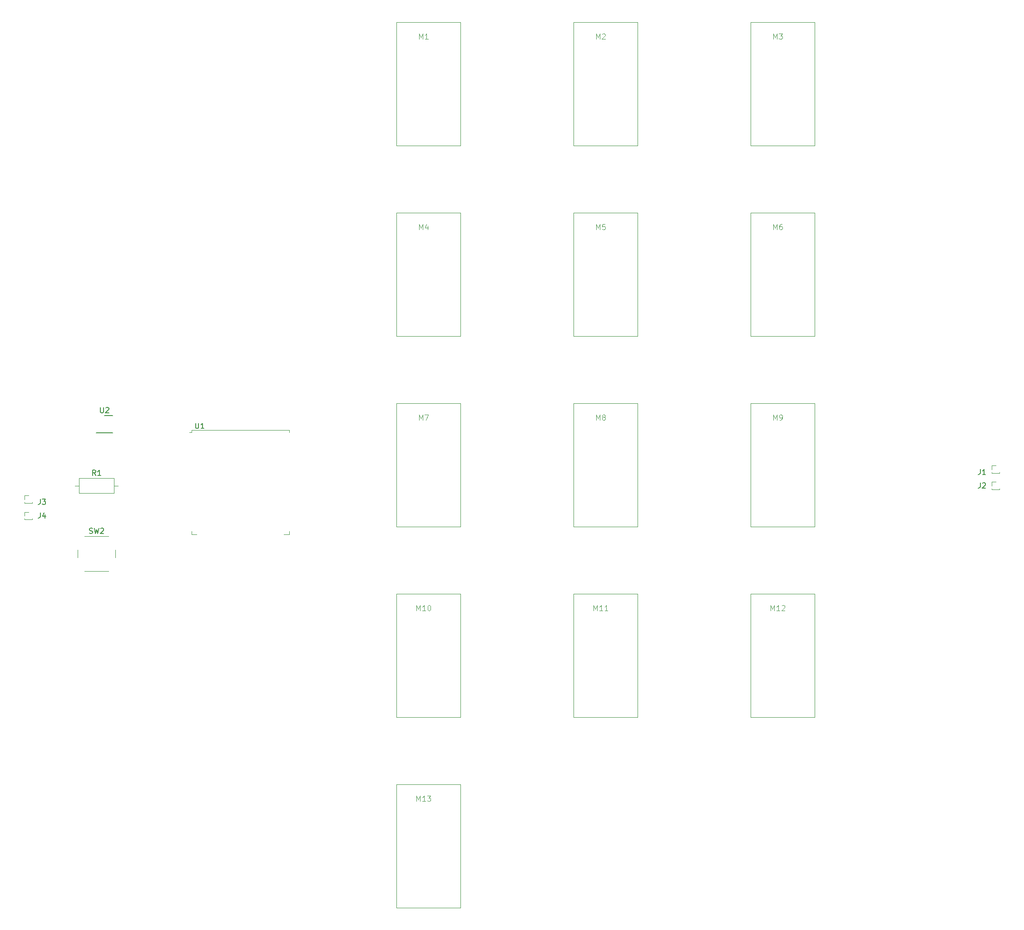
<source format=gbr>
%TF.GenerationSoftware,KiCad,Pcbnew,7.0.7-7.0.7~ubuntu20.04.1*%
%TF.CreationDate,2023-12-04T12:54:59-03:00*%
%TF.ProjectId,EA075,45413037-352e-46b6-9963-61645f706362,rev?*%
%TF.SameCoordinates,Original*%
%TF.FileFunction,Legend,Top*%
%TF.FilePolarity,Positive*%
%FSLAX46Y46*%
G04 Gerber Fmt 4.6, Leading zero omitted, Abs format (unit mm)*
G04 Created by KiCad (PCBNEW 7.0.7-7.0.7~ubuntu20.04.1) date 2023-12-04 12:54:59*
%MOMM*%
%LPD*%
G01*
G04 APERTURE LIST*
%ADD10C,0.150000*%
%ADD11C,0.100000*%
%ADD12C,0.120000*%
G04 APERTURE END LIST*
D10*
X70423095Y-94624819D02*
X70423095Y-95434342D01*
X70423095Y-95434342D02*
X70470714Y-95529580D01*
X70470714Y-95529580D02*
X70518333Y-95577200D01*
X70518333Y-95577200D02*
X70613571Y-95624819D01*
X70613571Y-95624819D02*
X70804047Y-95624819D01*
X70804047Y-95624819D02*
X70899285Y-95577200D01*
X70899285Y-95577200D02*
X70946904Y-95529580D01*
X70946904Y-95529580D02*
X70994523Y-95434342D01*
X70994523Y-95434342D02*
X70994523Y-94624819D01*
X71423095Y-94720057D02*
X71470714Y-94672438D01*
X71470714Y-94672438D02*
X71565952Y-94624819D01*
X71565952Y-94624819D02*
X71804047Y-94624819D01*
X71804047Y-94624819D02*
X71899285Y-94672438D01*
X71899285Y-94672438D02*
X71946904Y-94720057D01*
X71946904Y-94720057D02*
X71994523Y-94815295D01*
X71994523Y-94815295D02*
X71994523Y-94910533D01*
X71994523Y-94910533D02*
X71946904Y-95053390D01*
X71946904Y-95053390D02*
X71375476Y-95624819D01*
X71375476Y-95624819D02*
X71994523Y-95624819D01*
X59216666Y-114264819D02*
X59216666Y-114979104D01*
X59216666Y-114979104D02*
X59169047Y-115121961D01*
X59169047Y-115121961D02*
X59073809Y-115217200D01*
X59073809Y-115217200D02*
X58930952Y-115264819D01*
X58930952Y-115264819D02*
X58835714Y-115264819D01*
X60121428Y-114598152D02*
X60121428Y-115264819D01*
X59883333Y-114217200D02*
X59645238Y-114931485D01*
X59645238Y-114931485D02*
X60264285Y-114931485D01*
X59216666Y-111724819D02*
X59216666Y-112439104D01*
X59216666Y-112439104D02*
X59169047Y-112581961D01*
X59169047Y-112581961D02*
X59073809Y-112677200D01*
X59073809Y-112677200D02*
X58930952Y-112724819D01*
X58930952Y-112724819D02*
X58835714Y-112724819D01*
X59597619Y-111724819D02*
X60216666Y-111724819D01*
X60216666Y-111724819D02*
X59883333Y-112105771D01*
X59883333Y-112105771D02*
X60026190Y-112105771D01*
X60026190Y-112105771D02*
X60121428Y-112153390D01*
X60121428Y-112153390D02*
X60169047Y-112201009D01*
X60169047Y-112201009D02*
X60216666Y-112296247D01*
X60216666Y-112296247D02*
X60216666Y-112534342D01*
X60216666Y-112534342D02*
X60169047Y-112629580D01*
X60169047Y-112629580D02*
X60121428Y-112677200D01*
X60121428Y-112677200D02*
X60026190Y-112724819D01*
X60026190Y-112724819D02*
X59740476Y-112724819D01*
X59740476Y-112724819D02*
X59645238Y-112677200D01*
X59645238Y-112677200D02*
X59597619Y-112629580D01*
X88178095Y-97539819D02*
X88178095Y-98349342D01*
X88178095Y-98349342D02*
X88225714Y-98444580D01*
X88225714Y-98444580D02*
X88273333Y-98492200D01*
X88273333Y-98492200D02*
X88368571Y-98539819D01*
X88368571Y-98539819D02*
X88559047Y-98539819D01*
X88559047Y-98539819D02*
X88654285Y-98492200D01*
X88654285Y-98492200D02*
X88701904Y-98444580D01*
X88701904Y-98444580D02*
X88749523Y-98349342D01*
X88749523Y-98349342D02*
X88749523Y-97539819D01*
X89749523Y-98539819D02*
X89178095Y-98539819D01*
X89463809Y-98539819D02*
X89463809Y-97539819D01*
X89463809Y-97539819D02*
X89368571Y-97682676D01*
X89368571Y-97682676D02*
X89273333Y-97777914D01*
X89273333Y-97777914D02*
X89178095Y-97825533D01*
D11*
X129384286Y-168097419D02*
X129384286Y-167097419D01*
X129384286Y-167097419D02*
X129717619Y-167811704D01*
X129717619Y-167811704D02*
X130050952Y-167097419D01*
X130050952Y-167097419D02*
X130050952Y-168097419D01*
X131050952Y-168097419D02*
X130479524Y-168097419D01*
X130765238Y-168097419D02*
X130765238Y-167097419D01*
X130765238Y-167097419D02*
X130670000Y-167240276D01*
X130670000Y-167240276D02*
X130574762Y-167335514D01*
X130574762Y-167335514D02*
X130479524Y-167383133D01*
X131384286Y-167097419D02*
X132003333Y-167097419D01*
X132003333Y-167097419D02*
X131670000Y-167478371D01*
X131670000Y-167478371D02*
X131812857Y-167478371D01*
X131812857Y-167478371D02*
X131908095Y-167525990D01*
X131908095Y-167525990D02*
X131955714Y-167573609D01*
X131955714Y-167573609D02*
X132003333Y-167668847D01*
X132003333Y-167668847D02*
X132003333Y-167906942D01*
X132003333Y-167906942D02*
X131955714Y-168002180D01*
X131955714Y-168002180D02*
X131908095Y-168049800D01*
X131908095Y-168049800D02*
X131812857Y-168097419D01*
X131812857Y-168097419D02*
X131527143Y-168097419D01*
X131527143Y-168097419D02*
X131431905Y-168049800D01*
X131431905Y-168049800D02*
X131384286Y-168002180D01*
X162404286Y-132537419D02*
X162404286Y-131537419D01*
X162404286Y-131537419D02*
X162737619Y-132251704D01*
X162737619Y-132251704D02*
X163070952Y-131537419D01*
X163070952Y-131537419D02*
X163070952Y-132537419D01*
X164070952Y-132537419D02*
X163499524Y-132537419D01*
X163785238Y-132537419D02*
X163785238Y-131537419D01*
X163785238Y-131537419D02*
X163690000Y-131680276D01*
X163690000Y-131680276D02*
X163594762Y-131775514D01*
X163594762Y-131775514D02*
X163499524Y-131823133D01*
X165023333Y-132537419D02*
X164451905Y-132537419D01*
X164737619Y-132537419D02*
X164737619Y-131537419D01*
X164737619Y-131537419D02*
X164642381Y-131680276D01*
X164642381Y-131680276D02*
X164547143Y-131775514D01*
X164547143Y-131775514D02*
X164451905Y-131823133D01*
X129860476Y-25857419D02*
X129860476Y-24857419D01*
X129860476Y-24857419D02*
X130193809Y-25571704D01*
X130193809Y-25571704D02*
X130527142Y-24857419D01*
X130527142Y-24857419D02*
X130527142Y-25857419D01*
X131527142Y-25857419D02*
X130955714Y-25857419D01*
X131241428Y-25857419D02*
X131241428Y-24857419D01*
X131241428Y-24857419D02*
X131146190Y-25000276D01*
X131146190Y-25000276D02*
X131050952Y-25095514D01*
X131050952Y-25095514D02*
X130955714Y-25143133D01*
X129384286Y-132537419D02*
X129384286Y-131537419D01*
X129384286Y-131537419D02*
X129717619Y-132251704D01*
X129717619Y-132251704D02*
X130050952Y-131537419D01*
X130050952Y-131537419D02*
X130050952Y-132537419D01*
X131050952Y-132537419D02*
X130479524Y-132537419D01*
X130765238Y-132537419D02*
X130765238Y-131537419D01*
X130765238Y-131537419D02*
X130670000Y-131680276D01*
X130670000Y-131680276D02*
X130574762Y-131775514D01*
X130574762Y-131775514D02*
X130479524Y-131823133D01*
X131670000Y-131537419D02*
X131765238Y-131537419D01*
X131765238Y-131537419D02*
X131860476Y-131585038D01*
X131860476Y-131585038D02*
X131908095Y-131632657D01*
X131908095Y-131632657D02*
X131955714Y-131727895D01*
X131955714Y-131727895D02*
X132003333Y-131918371D01*
X132003333Y-131918371D02*
X132003333Y-132156466D01*
X132003333Y-132156466D02*
X131955714Y-132346942D01*
X131955714Y-132346942D02*
X131908095Y-132442180D01*
X131908095Y-132442180D02*
X131860476Y-132489800D01*
X131860476Y-132489800D02*
X131765238Y-132537419D01*
X131765238Y-132537419D02*
X131670000Y-132537419D01*
X131670000Y-132537419D02*
X131574762Y-132489800D01*
X131574762Y-132489800D02*
X131527143Y-132442180D01*
X131527143Y-132442180D02*
X131479524Y-132346942D01*
X131479524Y-132346942D02*
X131431905Y-132156466D01*
X131431905Y-132156466D02*
X131431905Y-131918371D01*
X131431905Y-131918371D02*
X131479524Y-131727895D01*
X131479524Y-131727895D02*
X131527143Y-131632657D01*
X131527143Y-131632657D02*
X131574762Y-131585038D01*
X131574762Y-131585038D02*
X131670000Y-131537419D01*
X162880476Y-25857419D02*
X162880476Y-24857419D01*
X162880476Y-24857419D02*
X163213809Y-25571704D01*
X163213809Y-25571704D02*
X163547142Y-24857419D01*
X163547142Y-24857419D02*
X163547142Y-25857419D01*
X163975714Y-24952657D02*
X164023333Y-24905038D01*
X164023333Y-24905038D02*
X164118571Y-24857419D01*
X164118571Y-24857419D02*
X164356666Y-24857419D01*
X164356666Y-24857419D02*
X164451904Y-24905038D01*
X164451904Y-24905038D02*
X164499523Y-24952657D01*
X164499523Y-24952657D02*
X164547142Y-25047895D01*
X164547142Y-25047895D02*
X164547142Y-25143133D01*
X164547142Y-25143133D02*
X164499523Y-25285990D01*
X164499523Y-25285990D02*
X163928095Y-25857419D01*
X163928095Y-25857419D02*
X164547142Y-25857419D01*
D10*
X234476666Y-106134819D02*
X234476666Y-106849104D01*
X234476666Y-106849104D02*
X234429047Y-106991961D01*
X234429047Y-106991961D02*
X234333809Y-107087200D01*
X234333809Y-107087200D02*
X234190952Y-107134819D01*
X234190952Y-107134819D02*
X234095714Y-107134819D01*
X235476666Y-107134819D02*
X234905238Y-107134819D01*
X235190952Y-107134819D02*
X235190952Y-106134819D01*
X235190952Y-106134819D02*
X235095714Y-106277676D01*
X235095714Y-106277676D02*
X235000476Y-106372914D01*
X235000476Y-106372914D02*
X234905238Y-106420533D01*
D11*
X195424286Y-132537419D02*
X195424286Y-131537419D01*
X195424286Y-131537419D02*
X195757619Y-132251704D01*
X195757619Y-132251704D02*
X196090952Y-131537419D01*
X196090952Y-131537419D02*
X196090952Y-132537419D01*
X197090952Y-132537419D02*
X196519524Y-132537419D01*
X196805238Y-132537419D02*
X196805238Y-131537419D01*
X196805238Y-131537419D02*
X196710000Y-131680276D01*
X196710000Y-131680276D02*
X196614762Y-131775514D01*
X196614762Y-131775514D02*
X196519524Y-131823133D01*
X197471905Y-131632657D02*
X197519524Y-131585038D01*
X197519524Y-131585038D02*
X197614762Y-131537419D01*
X197614762Y-131537419D02*
X197852857Y-131537419D01*
X197852857Y-131537419D02*
X197948095Y-131585038D01*
X197948095Y-131585038D02*
X197995714Y-131632657D01*
X197995714Y-131632657D02*
X198043333Y-131727895D01*
X198043333Y-131727895D02*
X198043333Y-131823133D01*
X198043333Y-131823133D02*
X197995714Y-131965990D01*
X197995714Y-131965990D02*
X197424286Y-132537419D01*
X197424286Y-132537419D02*
X198043333Y-132537419D01*
D10*
X68376667Y-118077200D02*
X68519524Y-118124819D01*
X68519524Y-118124819D02*
X68757619Y-118124819D01*
X68757619Y-118124819D02*
X68852857Y-118077200D01*
X68852857Y-118077200D02*
X68900476Y-118029580D01*
X68900476Y-118029580D02*
X68948095Y-117934342D01*
X68948095Y-117934342D02*
X68948095Y-117839104D01*
X68948095Y-117839104D02*
X68900476Y-117743866D01*
X68900476Y-117743866D02*
X68852857Y-117696247D01*
X68852857Y-117696247D02*
X68757619Y-117648628D01*
X68757619Y-117648628D02*
X68567143Y-117601009D01*
X68567143Y-117601009D02*
X68471905Y-117553390D01*
X68471905Y-117553390D02*
X68424286Y-117505771D01*
X68424286Y-117505771D02*
X68376667Y-117410533D01*
X68376667Y-117410533D02*
X68376667Y-117315295D01*
X68376667Y-117315295D02*
X68424286Y-117220057D01*
X68424286Y-117220057D02*
X68471905Y-117172438D01*
X68471905Y-117172438D02*
X68567143Y-117124819D01*
X68567143Y-117124819D02*
X68805238Y-117124819D01*
X68805238Y-117124819D02*
X68948095Y-117172438D01*
X69281429Y-117124819D02*
X69519524Y-118124819D01*
X69519524Y-118124819D02*
X69710000Y-117410533D01*
X69710000Y-117410533D02*
X69900476Y-118124819D01*
X69900476Y-118124819D02*
X70138572Y-117124819D01*
X70471905Y-117220057D02*
X70519524Y-117172438D01*
X70519524Y-117172438D02*
X70614762Y-117124819D01*
X70614762Y-117124819D02*
X70852857Y-117124819D01*
X70852857Y-117124819D02*
X70948095Y-117172438D01*
X70948095Y-117172438D02*
X70995714Y-117220057D01*
X70995714Y-117220057D02*
X71043333Y-117315295D01*
X71043333Y-117315295D02*
X71043333Y-117410533D01*
X71043333Y-117410533D02*
X70995714Y-117553390D01*
X70995714Y-117553390D02*
X70424286Y-118124819D01*
X70424286Y-118124819D02*
X71043333Y-118124819D01*
D11*
X162880476Y-61417419D02*
X162880476Y-60417419D01*
X162880476Y-60417419D02*
X163213809Y-61131704D01*
X163213809Y-61131704D02*
X163547142Y-60417419D01*
X163547142Y-60417419D02*
X163547142Y-61417419D01*
X164499523Y-60417419D02*
X164023333Y-60417419D01*
X164023333Y-60417419D02*
X163975714Y-60893609D01*
X163975714Y-60893609D02*
X164023333Y-60845990D01*
X164023333Y-60845990D02*
X164118571Y-60798371D01*
X164118571Y-60798371D02*
X164356666Y-60798371D01*
X164356666Y-60798371D02*
X164451904Y-60845990D01*
X164451904Y-60845990D02*
X164499523Y-60893609D01*
X164499523Y-60893609D02*
X164547142Y-60988847D01*
X164547142Y-60988847D02*
X164547142Y-61226942D01*
X164547142Y-61226942D02*
X164499523Y-61322180D01*
X164499523Y-61322180D02*
X164451904Y-61369800D01*
X164451904Y-61369800D02*
X164356666Y-61417419D01*
X164356666Y-61417419D02*
X164118571Y-61417419D01*
X164118571Y-61417419D02*
X164023333Y-61369800D01*
X164023333Y-61369800D02*
X163975714Y-61322180D01*
X129860476Y-61417419D02*
X129860476Y-60417419D01*
X129860476Y-60417419D02*
X130193809Y-61131704D01*
X130193809Y-61131704D02*
X130527142Y-60417419D01*
X130527142Y-60417419D02*
X130527142Y-61417419D01*
X131431904Y-60750752D02*
X131431904Y-61417419D01*
X131193809Y-60369800D02*
X130955714Y-61084085D01*
X130955714Y-61084085D02*
X131574761Y-61084085D01*
D10*
X69543333Y-107304819D02*
X69210000Y-106828628D01*
X68971905Y-107304819D02*
X68971905Y-106304819D01*
X68971905Y-106304819D02*
X69352857Y-106304819D01*
X69352857Y-106304819D02*
X69448095Y-106352438D01*
X69448095Y-106352438D02*
X69495714Y-106400057D01*
X69495714Y-106400057D02*
X69543333Y-106495295D01*
X69543333Y-106495295D02*
X69543333Y-106638152D01*
X69543333Y-106638152D02*
X69495714Y-106733390D01*
X69495714Y-106733390D02*
X69448095Y-106781009D01*
X69448095Y-106781009D02*
X69352857Y-106828628D01*
X69352857Y-106828628D02*
X68971905Y-106828628D01*
X70495714Y-107304819D02*
X69924286Y-107304819D01*
X70210000Y-107304819D02*
X70210000Y-106304819D01*
X70210000Y-106304819D02*
X70114762Y-106447676D01*
X70114762Y-106447676D02*
X70019524Y-106542914D01*
X70019524Y-106542914D02*
X69924286Y-106590533D01*
D11*
X195900476Y-25857419D02*
X195900476Y-24857419D01*
X195900476Y-24857419D02*
X196233809Y-25571704D01*
X196233809Y-25571704D02*
X196567142Y-24857419D01*
X196567142Y-24857419D02*
X196567142Y-25857419D01*
X196948095Y-24857419D02*
X197567142Y-24857419D01*
X197567142Y-24857419D02*
X197233809Y-25238371D01*
X197233809Y-25238371D02*
X197376666Y-25238371D01*
X197376666Y-25238371D02*
X197471904Y-25285990D01*
X197471904Y-25285990D02*
X197519523Y-25333609D01*
X197519523Y-25333609D02*
X197567142Y-25428847D01*
X197567142Y-25428847D02*
X197567142Y-25666942D01*
X197567142Y-25666942D02*
X197519523Y-25762180D01*
X197519523Y-25762180D02*
X197471904Y-25809800D01*
X197471904Y-25809800D02*
X197376666Y-25857419D01*
X197376666Y-25857419D02*
X197090952Y-25857419D01*
X197090952Y-25857419D02*
X196995714Y-25809800D01*
X196995714Y-25809800D02*
X196948095Y-25762180D01*
X195900476Y-61417419D02*
X195900476Y-60417419D01*
X195900476Y-60417419D02*
X196233809Y-61131704D01*
X196233809Y-61131704D02*
X196567142Y-60417419D01*
X196567142Y-60417419D02*
X196567142Y-61417419D01*
X197471904Y-60417419D02*
X197281428Y-60417419D01*
X197281428Y-60417419D02*
X197186190Y-60465038D01*
X197186190Y-60465038D02*
X197138571Y-60512657D01*
X197138571Y-60512657D02*
X197043333Y-60655514D01*
X197043333Y-60655514D02*
X196995714Y-60845990D01*
X196995714Y-60845990D02*
X196995714Y-61226942D01*
X196995714Y-61226942D02*
X197043333Y-61322180D01*
X197043333Y-61322180D02*
X197090952Y-61369800D01*
X197090952Y-61369800D02*
X197186190Y-61417419D01*
X197186190Y-61417419D02*
X197376666Y-61417419D01*
X197376666Y-61417419D02*
X197471904Y-61369800D01*
X197471904Y-61369800D02*
X197519523Y-61322180D01*
X197519523Y-61322180D02*
X197567142Y-61226942D01*
X197567142Y-61226942D02*
X197567142Y-60988847D01*
X197567142Y-60988847D02*
X197519523Y-60893609D01*
X197519523Y-60893609D02*
X197471904Y-60845990D01*
X197471904Y-60845990D02*
X197376666Y-60798371D01*
X197376666Y-60798371D02*
X197186190Y-60798371D01*
X197186190Y-60798371D02*
X197090952Y-60845990D01*
X197090952Y-60845990D02*
X197043333Y-60893609D01*
X197043333Y-60893609D02*
X196995714Y-60988847D01*
X195900476Y-96977419D02*
X195900476Y-95977419D01*
X195900476Y-95977419D02*
X196233809Y-96691704D01*
X196233809Y-96691704D02*
X196567142Y-95977419D01*
X196567142Y-95977419D02*
X196567142Y-96977419D01*
X197090952Y-96977419D02*
X197281428Y-96977419D01*
X197281428Y-96977419D02*
X197376666Y-96929800D01*
X197376666Y-96929800D02*
X197424285Y-96882180D01*
X197424285Y-96882180D02*
X197519523Y-96739323D01*
X197519523Y-96739323D02*
X197567142Y-96548847D01*
X197567142Y-96548847D02*
X197567142Y-96167895D01*
X197567142Y-96167895D02*
X197519523Y-96072657D01*
X197519523Y-96072657D02*
X197471904Y-96025038D01*
X197471904Y-96025038D02*
X197376666Y-95977419D01*
X197376666Y-95977419D02*
X197186190Y-95977419D01*
X197186190Y-95977419D02*
X197090952Y-96025038D01*
X197090952Y-96025038D02*
X197043333Y-96072657D01*
X197043333Y-96072657D02*
X196995714Y-96167895D01*
X196995714Y-96167895D02*
X196995714Y-96405990D01*
X196995714Y-96405990D02*
X197043333Y-96501228D01*
X197043333Y-96501228D02*
X197090952Y-96548847D01*
X197090952Y-96548847D02*
X197186190Y-96596466D01*
X197186190Y-96596466D02*
X197376666Y-96596466D01*
X197376666Y-96596466D02*
X197471904Y-96548847D01*
X197471904Y-96548847D02*
X197519523Y-96501228D01*
X197519523Y-96501228D02*
X197567142Y-96405990D01*
X129860476Y-96977419D02*
X129860476Y-95977419D01*
X129860476Y-95977419D02*
X130193809Y-96691704D01*
X130193809Y-96691704D02*
X130527142Y-95977419D01*
X130527142Y-95977419D02*
X130527142Y-96977419D01*
X130908095Y-95977419D02*
X131574761Y-95977419D01*
X131574761Y-95977419D02*
X131146190Y-96977419D01*
X162880476Y-96977419D02*
X162880476Y-95977419D01*
X162880476Y-95977419D02*
X163213809Y-96691704D01*
X163213809Y-96691704D02*
X163547142Y-95977419D01*
X163547142Y-95977419D02*
X163547142Y-96977419D01*
X164166190Y-96405990D02*
X164070952Y-96358371D01*
X164070952Y-96358371D02*
X164023333Y-96310752D01*
X164023333Y-96310752D02*
X163975714Y-96215514D01*
X163975714Y-96215514D02*
X163975714Y-96167895D01*
X163975714Y-96167895D02*
X164023333Y-96072657D01*
X164023333Y-96072657D02*
X164070952Y-96025038D01*
X164070952Y-96025038D02*
X164166190Y-95977419D01*
X164166190Y-95977419D02*
X164356666Y-95977419D01*
X164356666Y-95977419D02*
X164451904Y-96025038D01*
X164451904Y-96025038D02*
X164499523Y-96072657D01*
X164499523Y-96072657D02*
X164547142Y-96167895D01*
X164547142Y-96167895D02*
X164547142Y-96215514D01*
X164547142Y-96215514D02*
X164499523Y-96310752D01*
X164499523Y-96310752D02*
X164451904Y-96358371D01*
X164451904Y-96358371D02*
X164356666Y-96405990D01*
X164356666Y-96405990D02*
X164166190Y-96405990D01*
X164166190Y-96405990D02*
X164070952Y-96453609D01*
X164070952Y-96453609D02*
X164023333Y-96501228D01*
X164023333Y-96501228D02*
X163975714Y-96596466D01*
X163975714Y-96596466D02*
X163975714Y-96786942D01*
X163975714Y-96786942D02*
X164023333Y-96882180D01*
X164023333Y-96882180D02*
X164070952Y-96929800D01*
X164070952Y-96929800D02*
X164166190Y-96977419D01*
X164166190Y-96977419D02*
X164356666Y-96977419D01*
X164356666Y-96977419D02*
X164451904Y-96929800D01*
X164451904Y-96929800D02*
X164499523Y-96882180D01*
X164499523Y-96882180D02*
X164547142Y-96786942D01*
X164547142Y-96786942D02*
X164547142Y-96596466D01*
X164547142Y-96596466D02*
X164499523Y-96501228D01*
X164499523Y-96501228D02*
X164451904Y-96453609D01*
X164451904Y-96453609D02*
X164356666Y-96405990D01*
D10*
X234476666Y-108674819D02*
X234476666Y-109389104D01*
X234476666Y-109389104D02*
X234429047Y-109531961D01*
X234429047Y-109531961D02*
X234333809Y-109627200D01*
X234333809Y-109627200D02*
X234190952Y-109674819D01*
X234190952Y-109674819D02*
X234095714Y-109674819D01*
X234905238Y-108770057D02*
X234952857Y-108722438D01*
X234952857Y-108722438D02*
X235048095Y-108674819D01*
X235048095Y-108674819D02*
X235286190Y-108674819D01*
X235286190Y-108674819D02*
X235381428Y-108722438D01*
X235381428Y-108722438D02*
X235429047Y-108770057D01*
X235429047Y-108770057D02*
X235476666Y-108865295D01*
X235476666Y-108865295D02*
X235476666Y-108960533D01*
X235476666Y-108960533D02*
X235429047Y-109103390D01*
X235429047Y-109103390D02*
X234857619Y-109674819D01*
X234857619Y-109674819D02*
X235476666Y-109674819D01*
%TO.C,U2*%
X69685000Y-99345000D02*
X72685000Y-99345000D01*
X71185000Y-96095000D02*
X72685000Y-96095000D01*
D12*
%TO.C,J4*%
X56315000Y-114810000D02*
X56315000Y-114125000D01*
X56315000Y-115495000D02*
X57705000Y-115495000D01*
X57618276Y-115495000D02*
X57705000Y-115495000D01*
X56315000Y-115495000D02*
X56315000Y-115370000D01*
X56315000Y-114125000D02*
X57010000Y-114125000D01*
X56315000Y-115495000D02*
X56401724Y-115495000D01*
X57705000Y-115495000D02*
X57705000Y-115370000D01*
%TO.C,J3*%
X56315000Y-111760000D02*
X56315000Y-111075000D01*
X56315000Y-112445000D02*
X57705000Y-112445000D01*
X57618276Y-112445000D02*
X57705000Y-112445000D01*
X56315000Y-112445000D02*
X56315000Y-112320000D01*
X56315000Y-111075000D02*
X57010000Y-111075000D01*
X56315000Y-112445000D02*
X56401724Y-112445000D01*
X57705000Y-112445000D02*
X57705000Y-112320000D01*
%TO.C,U1*%
X105640000Y-118305000D02*
X104640000Y-118305000D01*
X105640000Y-117685000D02*
X105640000Y-118305000D01*
X105640000Y-98865000D02*
X105640000Y-99285000D01*
X87400000Y-118305000D02*
X88400000Y-118305000D01*
X87400000Y-117685000D02*
X87400000Y-118305000D01*
X87400000Y-99285000D02*
X87020000Y-99285000D01*
X87400000Y-98865000D02*
X105640000Y-98865000D01*
X87400000Y-98865000D02*
X87400000Y-99285000D01*
D11*
%TO.C,M13*%
X125590000Y-187960000D02*
X137590000Y-187960000D01*
X137590000Y-187960000D02*
X137590000Y-164960000D01*
X137590000Y-164960000D02*
X125590000Y-164960000D01*
X125590000Y-164960000D02*
X125590000Y-187960000D01*
%TO.C,M11*%
X158610000Y-152400000D02*
X170610000Y-152400000D01*
X170610000Y-152400000D02*
X170610000Y-129400000D01*
X170610000Y-129400000D02*
X158610000Y-129400000D01*
X158610000Y-129400000D02*
X158610000Y-152400000D01*
%TO.C,M1*%
X125590000Y-45720000D02*
X137590000Y-45720000D01*
X137590000Y-45720000D02*
X137590000Y-22720000D01*
X137590000Y-22720000D02*
X125590000Y-22720000D01*
X125590000Y-22720000D02*
X125590000Y-45720000D01*
%TO.C,M10*%
X125590000Y-152400000D02*
X137590000Y-152400000D01*
X137590000Y-152400000D02*
X137590000Y-129400000D01*
X137590000Y-129400000D02*
X125590000Y-129400000D01*
X125590000Y-129400000D02*
X125590000Y-152400000D01*
%TO.C,M2*%
X158610000Y-45720000D02*
X170610000Y-45720000D01*
X170610000Y-45720000D02*
X170610000Y-22720000D01*
X170610000Y-22720000D02*
X158610000Y-22720000D01*
X158610000Y-22720000D02*
X158610000Y-45720000D01*
D12*
%TO.C,J1*%
X238045000Y-106855000D02*
X238045000Y-106730000D01*
X237958276Y-106855000D02*
X238045000Y-106855000D01*
X236655000Y-106855000D02*
X238045000Y-106855000D01*
X236655000Y-106855000D02*
X236741724Y-106855000D01*
X236655000Y-106855000D02*
X236655000Y-106730000D01*
X236655000Y-106170000D02*
X236655000Y-105485000D01*
X236655000Y-105485000D02*
X237350000Y-105485000D01*
D11*
%TO.C,M12*%
X191630000Y-152400000D02*
X203630000Y-152400000D01*
X203630000Y-152400000D02*
X203630000Y-129400000D01*
X203630000Y-129400000D02*
X191630000Y-129400000D01*
X191630000Y-129400000D02*
X191630000Y-152400000D01*
D12*
%TO.C,SW2*%
X73210000Y-122670000D02*
X73210000Y-121170000D01*
X71960000Y-118670000D02*
X67460000Y-118670000D01*
X67460000Y-125170000D02*
X71960000Y-125170000D01*
X66210000Y-121170000D02*
X66210000Y-122670000D01*
D11*
%TO.C,M5*%
X158610000Y-81280000D02*
X170610000Y-81280000D01*
X170610000Y-81280000D02*
X170610000Y-58280000D01*
X170610000Y-58280000D02*
X158610000Y-58280000D01*
X158610000Y-58280000D02*
X158610000Y-81280000D01*
%TO.C,M4*%
X125590000Y-81280000D02*
X137590000Y-81280000D01*
X137590000Y-81280000D02*
X137590000Y-58280000D01*
X137590000Y-58280000D02*
X125590000Y-58280000D01*
X125590000Y-58280000D02*
X125590000Y-81280000D01*
D12*
%TO.C,R1*%
X73750000Y-109220000D02*
X72980000Y-109220000D01*
X72980000Y-110590000D02*
X72980000Y-107850000D01*
X72980000Y-107850000D02*
X66440000Y-107850000D01*
X66440000Y-110590000D02*
X72980000Y-110590000D01*
X66440000Y-107850000D02*
X66440000Y-110590000D01*
X65670000Y-109220000D02*
X66440000Y-109220000D01*
D11*
%TO.C,M3*%
X191630000Y-45720000D02*
X203630000Y-45720000D01*
X203630000Y-45720000D02*
X203630000Y-22720000D01*
X203630000Y-22720000D02*
X191630000Y-22720000D01*
X191630000Y-22720000D02*
X191630000Y-45720000D01*
%TO.C,M6*%
X191630000Y-81280000D02*
X203630000Y-81280000D01*
X203630000Y-81280000D02*
X203630000Y-58280000D01*
X203630000Y-58280000D02*
X191630000Y-58280000D01*
X191630000Y-58280000D02*
X191630000Y-81280000D01*
%TO.C,M9*%
X191630000Y-116840000D02*
X203630000Y-116840000D01*
X203630000Y-116840000D02*
X203630000Y-93840000D01*
X203630000Y-93840000D02*
X191630000Y-93840000D01*
X191630000Y-93840000D02*
X191630000Y-116840000D01*
%TO.C,M7*%
X125590000Y-116840000D02*
X137590000Y-116840000D01*
X137590000Y-116840000D02*
X137590000Y-93840000D01*
X137590000Y-93840000D02*
X125590000Y-93840000D01*
X125590000Y-93840000D02*
X125590000Y-116840000D01*
%TO.C,M8*%
X158610000Y-116840000D02*
X170610000Y-116840000D01*
X170610000Y-116840000D02*
X170610000Y-93840000D01*
X170610000Y-93840000D02*
X158610000Y-93840000D01*
X158610000Y-93840000D02*
X158610000Y-116840000D01*
D12*
%TO.C,J2*%
X238045000Y-109905000D02*
X238045000Y-109780000D01*
X237958276Y-109905000D02*
X238045000Y-109905000D01*
X236655000Y-109905000D02*
X238045000Y-109905000D01*
X236655000Y-109905000D02*
X236741724Y-109905000D01*
X236655000Y-109905000D02*
X236655000Y-109780000D01*
X236655000Y-109220000D02*
X236655000Y-108535000D01*
X236655000Y-108535000D02*
X237350000Y-108535000D01*
%TD*%
M02*

</source>
